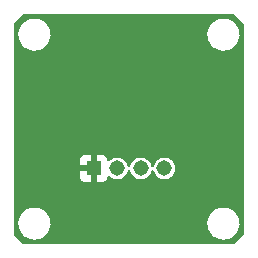
<source format=gbr>
%TF.GenerationSoftware,KiCad,Pcbnew,6.0.11-3.fc37*%
%TF.CreationDate,2023-04-24T22:35:32+02:00*%
%TF.ProjectId,crac_as5047,63726163-5f61-4733-9530-34372e6b6963,rev?*%
%TF.SameCoordinates,Original*%
%TF.FileFunction,Copper,L1,Top*%
%TF.FilePolarity,Positive*%
%FSLAX46Y46*%
G04 Gerber Fmt 4.6, Leading zero omitted, Abs format (unit mm)*
G04 Created by KiCad (PCBNEW 6.0.11-3.fc37) date 2023-04-24 22:35:32*
%MOMM*%
%LPD*%
G01*
G04 APERTURE LIST*
%TA.AperFunction,ComponentPad*%
%ADD10C,1.308000*%
%TD*%
%TA.AperFunction,ComponentPad*%
%ADD11R,1.308000X1.308000*%
%TD*%
G04 APERTURE END LIST*
D10*
%TO.P,J1,4,NOIR*%
%TO.N,+5V*%
X153000000Y-93337500D03*
%TO.P,J1,3,ROUGE*%
%TO.N,/A*%
X151000000Y-93337500D03*
%TO.P,J1,2,BLANC*%
%TO.N,/B*%
X149000000Y-93337500D03*
D11*
%TO.P,J1,1,JAUNE*%
%TO.N,GND*%
X147000000Y-93337500D03*
%TD*%
%TA.AperFunction,Conductor*%
%TO.N,GND*%
G36*
X158910512Y-80274502D02*
G01*
X158931486Y-80291404D01*
X159708595Y-81068512D01*
X159742620Y-81130825D01*
X159745500Y-81157608D01*
X159745500Y-98842392D01*
X159725498Y-98910513D01*
X159708595Y-98931488D01*
X158931486Y-99708596D01*
X158869174Y-99742621D01*
X158842391Y-99745500D01*
X141157608Y-99745500D01*
X141089487Y-99725498D01*
X141068512Y-99708595D01*
X140291404Y-98931486D01*
X140257379Y-98869174D01*
X140254500Y-98842391D01*
X140254500Y-97935964D01*
X140642112Y-97935964D01*
X140642312Y-97941292D01*
X140642312Y-97941294D01*
X140644464Y-97998599D01*
X140643705Y-97998628D01*
X140644034Y-98000016D01*
X140644340Y-97999989D01*
X140644374Y-98000377D01*
X140644465Y-98001838D01*
X140644523Y-98002085D01*
X140644648Y-98003507D01*
X140650736Y-98165669D01*
X140651831Y-98170888D01*
X140664628Y-98231879D01*
X140663861Y-98232040D01*
X140664841Y-98234316D01*
X140664937Y-98235408D01*
X140666361Y-98240722D01*
X140666464Y-98241307D01*
X140667635Y-98246210D01*
X140697939Y-98390637D01*
X140723365Y-98455021D01*
X140723975Y-98456566D01*
X140724724Y-98458541D01*
X140726097Y-98463663D01*
X140728422Y-98468649D01*
X140728423Y-98468651D01*
X140728947Y-98469775D01*
X140731934Y-98476717D01*
X140782372Y-98604436D01*
X140819273Y-98665246D01*
X140820811Y-98668126D01*
X140820890Y-98668080D01*
X140823639Y-98672841D01*
X140825965Y-98677829D01*
X140829122Y-98682337D01*
X140829124Y-98682341D01*
X140830674Y-98684555D01*
X140835181Y-98691462D01*
X140850279Y-98716342D01*
X140901621Y-98800952D01*
X140905116Y-98804979D01*
X140905117Y-98804981D01*
X140951993Y-98859000D01*
X140955555Y-98863563D01*
X140958346Y-98866888D01*
X140961505Y-98871401D01*
X140967791Y-98877687D01*
X140973861Y-98884201D01*
X140996694Y-98910513D01*
X141052276Y-98974566D01*
X141056407Y-98977953D01*
X141116309Y-99027070D01*
X141123574Y-99033652D01*
X141124706Y-99034602D01*
X141128599Y-99038495D01*
X141133103Y-99041649D01*
X141133108Y-99041653D01*
X141135936Y-99043633D01*
X141143554Y-99049410D01*
X141225901Y-99116931D01*
X141225907Y-99116935D01*
X141230029Y-99120315D01*
X141234668Y-99122955D01*
X141234667Y-99122955D01*
X141307355Y-99164331D01*
X141317296Y-99170622D01*
X141317660Y-99170877D01*
X141317667Y-99170881D01*
X141322171Y-99174035D01*
X141327155Y-99176359D01*
X141327160Y-99176362D01*
X141329875Y-99177628D01*
X141338952Y-99182318D01*
X141365945Y-99197683D01*
X141429798Y-99234030D01*
X141519498Y-99266590D01*
X141529753Y-99270833D01*
X141531348Y-99271577D01*
X141531350Y-99271578D01*
X141536337Y-99273903D01*
X141541653Y-99275327D01*
X141541655Y-99275328D01*
X141542719Y-99275613D01*
X141543702Y-99275876D01*
X141554081Y-99279143D01*
X141645871Y-99312461D01*
X141746443Y-99330648D01*
X141756616Y-99332926D01*
X141764592Y-99335063D01*
X141770990Y-99335623D01*
X141782412Y-99337152D01*
X141872069Y-99353364D01*
X141876208Y-99353559D01*
X141876215Y-99353560D01*
X141894670Y-99354430D01*
X141894677Y-99354430D01*
X141896158Y-99354500D01*
X142057712Y-99354500D01*
X142137444Y-99347735D01*
X142223733Y-99340413D01*
X142223737Y-99340412D01*
X142229044Y-99339962D01*
X142234199Y-99338624D01*
X142234205Y-99338623D01*
X142446368Y-99283556D01*
X142446367Y-99283556D01*
X142451539Y-99282214D01*
X142598412Y-99216052D01*
X142656262Y-99189993D01*
X142656265Y-99189992D01*
X142661123Y-99187803D01*
X142851803Y-99059430D01*
X142878826Y-99033652D01*
X143014271Y-98904443D01*
X143018128Y-98900764D01*
X143155342Y-98716342D01*
X143171504Y-98684555D01*
X143257102Y-98516194D01*
X143257102Y-98516193D01*
X143259520Y-98511438D01*
X143327685Y-98291911D01*
X143357888Y-98064036D01*
X143355536Y-98001401D01*
X143356295Y-98001372D01*
X143355966Y-97999984D01*
X143355660Y-98000011D01*
X143355626Y-97999623D01*
X143355535Y-97998162D01*
X143355477Y-97997915D01*
X143355352Y-97996493D01*
X143353080Y-97935964D01*
X156642112Y-97935964D01*
X156642312Y-97941292D01*
X156642312Y-97941294D01*
X156644464Y-97998599D01*
X156643705Y-97998628D01*
X156644034Y-98000016D01*
X156644340Y-97999989D01*
X156644374Y-98000377D01*
X156644465Y-98001838D01*
X156644523Y-98002085D01*
X156644648Y-98003507D01*
X156650736Y-98165669D01*
X156651831Y-98170888D01*
X156664628Y-98231879D01*
X156663861Y-98232040D01*
X156664841Y-98234316D01*
X156664937Y-98235408D01*
X156666361Y-98240722D01*
X156666464Y-98241307D01*
X156667635Y-98246210D01*
X156697939Y-98390637D01*
X156723365Y-98455021D01*
X156723975Y-98456566D01*
X156724724Y-98458541D01*
X156726097Y-98463663D01*
X156728422Y-98468649D01*
X156728423Y-98468651D01*
X156728947Y-98469775D01*
X156731934Y-98476717D01*
X156782372Y-98604436D01*
X156819273Y-98665246D01*
X156820811Y-98668126D01*
X156820890Y-98668080D01*
X156823639Y-98672841D01*
X156825965Y-98677829D01*
X156829122Y-98682337D01*
X156829124Y-98682341D01*
X156830674Y-98684555D01*
X156835181Y-98691462D01*
X156850279Y-98716342D01*
X156901621Y-98800952D01*
X156905116Y-98804979D01*
X156905117Y-98804981D01*
X156951993Y-98859000D01*
X156955555Y-98863563D01*
X156958346Y-98866888D01*
X156961505Y-98871401D01*
X156967791Y-98877687D01*
X156973861Y-98884201D01*
X156996694Y-98910513D01*
X157052276Y-98974566D01*
X157056407Y-98977953D01*
X157116309Y-99027070D01*
X157123574Y-99033652D01*
X157124706Y-99034602D01*
X157128599Y-99038495D01*
X157133103Y-99041649D01*
X157133108Y-99041653D01*
X157135936Y-99043633D01*
X157143554Y-99049410D01*
X157225901Y-99116931D01*
X157225907Y-99116935D01*
X157230029Y-99120315D01*
X157234668Y-99122955D01*
X157234667Y-99122955D01*
X157307355Y-99164331D01*
X157317296Y-99170622D01*
X157317660Y-99170877D01*
X157317667Y-99170881D01*
X157322171Y-99174035D01*
X157327155Y-99176359D01*
X157327160Y-99176362D01*
X157329875Y-99177628D01*
X157338952Y-99182318D01*
X157365945Y-99197683D01*
X157429798Y-99234030D01*
X157519498Y-99266590D01*
X157529753Y-99270833D01*
X157531348Y-99271577D01*
X157531350Y-99271578D01*
X157536337Y-99273903D01*
X157541653Y-99275327D01*
X157541655Y-99275328D01*
X157542719Y-99275613D01*
X157543702Y-99275876D01*
X157554081Y-99279143D01*
X157645871Y-99312461D01*
X157746443Y-99330648D01*
X157756616Y-99332926D01*
X157764592Y-99335063D01*
X157770990Y-99335623D01*
X157782412Y-99337152D01*
X157872069Y-99353364D01*
X157876208Y-99353559D01*
X157876215Y-99353560D01*
X157894670Y-99354430D01*
X157894677Y-99354430D01*
X157896158Y-99354500D01*
X158057712Y-99354500D01*
X158137444Y-99347735D01*
X158223733Y-99340413D01*
X158223737Y-99340412D01*
X158229044Y-99339962D01*
X158234199Y-99338624D01*
X158234205Y-99338623D01*
X158446368Y-99283556D01*
X158446367Y-99283556D01*
X158451539Y-99282214D01*
X158598412Y-99216052D01*
X158656262Y-99189993D01*
X158656265Y-99189992D01*
X158661123Y-99187803D01*
X158851803Y-99059430D01*
X158878826Y-99033652D01*
X159014271Y-98904443D01*
X159018128Y-98900764D01*
X159155342Y-98716342D01*
X159171504Y-98684555D01*
X159257102Y-98516194D01*
X159257102Y-98516193D01*
X159259520Y-98511438D01*
X159327685Y-98291911D01*
X159357888Y-98064036D01*
X159355536Y-98001401D01*
X159356295Y-98001372D01*
X159355966Y-97999984D01*
X159355660Y-98000011D01*
X159355626Y-97999623D01*
X159355535Y-97998162D01*
X159355477Y-97997915D01*
X159355352Y-97996493D01*
X159349264Y-97834331D01*
X159335372Y-97768121D01*
X159336139Y-97767960D01*
X159335159Y-97765684D01*
X159335063Y-97764592D01*
X159333639Y-97759278D01*
X159333536Y-97758693D01*
X159332362Y-97753778D01*
X159323886Y-97713378D01*
X159302061Y-97609363D01*
X159276025Y-97543434D01*
X159275276Y-97541459D01*
X159273903Y-97536337D01*
X159271053Y-97530225D01*
X159268066Y-97523283D01*
X159217628Y-97395564D01*
X159180727Y-97334754D01*
X159179189Y-97331874D01*
X159179110Y-97331920D01*
X159176361Y-97327159D01*
X159174035Y-97322171D01*
X159170876Y-97317659D01*
X159169326Y-97315445D01*
X159164819Y-97308538D01*
X159101147Y-97203609D01*
X159101145Y-97203606D01*
X159098379Y-97199048D01*
X159048007Y-97141000D01*
X159044445Y-97136437D01*
X159041652Y-97133108D01*
X159038495Y-97128599D01*
X159034604Y-97124708D01*
X159034599Y-97124702D01*
X159032209Y-97122313D01*
X159026139Y-97115799D01*
X158951224Y-97029467D01*
X158951222Y-97029465D01*
X158947724Y-97025434D01*
X158883692Y-96972930D01*
X158876426Y-96966348D01*
X158875294Y-96965398D01*
X158871401Y-96961505D01*
X158866897Y-96958351D01*
X158866892Y-96958347D01*
X158864064Y-96956367D01*
X158856446Y-96950590D01*
X158774099Y-96883069D01*
X158774093Y-96883065D01*
X158769971Y-96879685D01*
X158692645Y-96835669D01*
X158682704Y-96829378D01*
X158682340Y-96829123D01*
X158682333Y-96829119D01*
X158677829Y-96825965D01*
X158672845Y-96823641D01*
X158672840Y-96823638D01*
X158670125Y-96822372D01*
X158661048Y-96817682D01*
X158616939Y-96792574D01*
X158570202Y-96765970D01*
X158480502Y-96733410D01*
X158470247Y-96729167D01*
X158468652Y-96728423D01*
X158468650Y-96728422D01*
X158463663Y-96726097D01*
X158458347Y-96724673D01*
X158458345Y-96724672D01*
X158457281Y-96724387D01*
X158456298Y-96724124D01*
X158445919Y-96720857D01*
X158354129Y-96687539D01*
X158253557Y-96669352D01*
X158243384Y-96667074D01*
X158235408Y-96664937D01*
X158229010Y-96664377D01*
X158217588Y-96662848D01*
X158127931Y-96646636D01*
X158123792Y-96646441D01*
X158123785Y-96646440D01*
X158105330Y-96645570D01*
X158105323Y-96645570D01*
X158103842Y-96645500D01*
X157942288Y-96645500D01*
X157862556Y-96652265D01*
X157776267Y-96659587D01*
X157776263Y-96659588D01*
X157770956Y-96660038D01*
X157765801Y-96661376D01*
X157765795Y-96661377D01*
X157593058Y-96706211D01*
X157548461Y-96717786D01*
X157441497Y-96765970D01*
X157343738Y-96810007D01*
X157343735Y-96810008D01*
X157338877Y-96812197D01*
X157148197Y-96940570D01*
X157144340Y-96944249D01*
X157144338Y-96944251D01*
X157118404Y-96968991D01*
X156981872Y-97099236D01*
X156844658Y-97283658D01*
X156842242Y-97288409D01*
X156842240Y-97288413D01*
X156742898Y-97483806D01*
X156740480Y-97488562D01*
X156672315Y-97708089D01*
X156642112Y-97935964D01*
X143353080Y-97935964D01*
X143349264Y-97834331D01*
X143335372Y-97768121D01*
X143336139Y-97767960D01*
X143335159Y-97765684D01*
X143335063Y-97764592D01*
X143333639Y-97759278D01*
X143333536Y-97758693D01*
X143332362Y-97753778D01*
X143323886Y-97713378D01*
X143302061Y-97609363D01*
X143276025Y-97543434D01*
X143275276Y-97541459D01*
X143273903Y-97536337D01*
X143271053Y-97530225D01*
X143268066Y-97523283D01*
X143217628Y-97395564D01*
X143180727Y-97334754D01*
X143179189Y-97331874D01*
X143179110Y-97331920D01*
X143176361Y-97327159D01*
X143174035Y-97322171D01*
X143170876Y-97317659D01*
X143169326Y-97315445D01*
X143164819Y-97308538D01*
X143101147Y-97203609D01*
X143101145Y-97203606D01*
X143098379Y-97199048D01*
X143048007Y-97141000D01*
X143044445Y-97136437D01*
X143041652Y-97133108D01*
X143038495Y-97128599D01*
X143034604Y-97124708D01*
X143034599Y-97124702D01*
X143032209Y-97122313D01*
X143026139Y-97115799D01*
X142951224Y-97029467D01*
X142951222Y-97029465D01*
X142947724Y-97025434D01*
X142883692Y-96972930D01*
X142876426Y-96966348D01*
X142875294Y-96965398D01*
X142871401Y-96961505D01*
X142866897Y-96958351D01*
X142866892Y-96958347D01*
X142864064Y-96956367D01*
X142856446Y-96950590D01*
X142774099Y-96883069D01*
X142774093Y-96883065D01*
X142769971Y-96879685D01*
X142692645Y-96835669D01*
X142682704Y-96829378D01*
X142682340Y-96829123D01*
X142682333Y-96829119D01*
X142677829Y-96825965D01*
X142672845Y-96823641D01*
X142672840Y-96823638D01*
X142670125Y-96822372D01*
X142661048Y-96817682D01*
X142616939Y-96792574D01*
X142570202Y-96765970D01*
X142480502Y-96733410D01*
X142470247Y-96729167D01*
X142468652Y-96728423D01*
X142468650Y-96728422D01*
X142463663Y-96726097D01*
X142458347Y-96724673D01*
X142458345Y-96724672D01*
X142457281Y-96724387D01*
X142456298Y-96724124D01*
X142445919Y-96720857D01*
X142354129Y-96687539D01*
X142253557Y-96669352D01*
X142243384Y-96667074D01*
X142235408Y-96664937D01*
X142229010Y-96664377D01*
X142217588Y-96662848D01*
X142127931Y-96646636D01*
X142123792Y-96646441D01*
X142123785Y-96646440D01*
X142105330Y-96645570D01*
X142105323Y-96645570D01*
X142103842Y-96645500D01*
X141942288Y-96645500D01*
X141862556Y-96652265D01*
X141776267Y-96659587D01*
X141776263Y-96659588D01*
X141770956Y-96660038D01*
X141765801Y-96661376D01*
X141765795Y-96661377D01*
X141593058Y-96706211D01*
X141548461Y-96717786D01*
X141441497Y-96765970D01*
X141343738Y-96810007D01*
X141343735Y-96810008D01*
X141338877Y-96812197D01*
X141148197Y-96940570D01*
X141144340Y-96944249D01*
X141144338Y-96944251D01*
X141118404Y-96968991D01*
X140981872Y-97099236D01*
X140844658Y-97283658D01*
X140842242Y-97288409D01*
X140842240Y-97288413D01*
X140742898Y-97483806D01*
X140740480Y-97488562D01*
X140672315Y-97708089D01*
X140642112Y-97935964D01*
X140254500Y-97935964D01*
X140254500Y-94036169D01*
X145838001Y-94036169D01*
X145838371Y-94042990D01*
X145843895Y-94093852D01*
X145847521Y-94109104D01*
X145892676Y-94229554D01*
X145901214Y-94245149D01*
X145977715Y-94347224D01*
X145990276Y-94359785D01*
X146092351Y-94436286D01*
X146107946Y-94444824D01*
X146228394Y-94489978D01*
X146243649Y-94493605D01*
X146294514Y-94499131D01*
X146301328Y-94499500D01*
X146727885Y-94499500D01*
X146743124Y-94495025D01*
X146744329Y-94493635D01*
X146746000Y-94485952D01*
X146746000Y-94481384D01*
X147254000Y-94481384D01*
X147258475Y-94496623D01*
X147259865Y-94497828D01*
X147267548Y-94499499D01*
X147698669Y-94499499D01*
X147705490Y-94499129D01*
X147756352Y-94493605D01*
X147771604Y-94489979D01*
X147892054Y-94444824D01*
X147907649Y-94436286D01*
X148009724Y-94359785D01*
X148022285Y-94347224D01*
X148098786Y-94245149D01*
X148107324Y-94229554D01*
X148152478Y-94109106D01*
X148156106Y-94093851D01*
X148158242Y-94074181D01*
X148185483Y-94008619D01*
X148243845Y-93968192D01*
X148314799Y-93965735D01*
X148377139Y-94003474D01*
X148388747Y-94016366D01*
X148425392Y-94042990D01*
X148495396Y-94093851D01*
X148543248Y-94128618D01*
X148549276Y-94131302D01*
X148549278Y-94131303D01*
X148711681Y-94203609D01*
X148717712Y-94206294D01*
X148811113Y-94226147D01*
X148898056Y-94244628D01*
X148898061Y-94244628D01*
X148904513Y-94246000D01*
X149095487Y-94246000D01*
X149101939Y-94244628D01*
X149101944Y-94244628D01*
X149188887Y-94226147D01*
X149282288Y-94206294D01*
X149288319Y-94203609D01*
X149450722Y-94131303D01*
X149450724Y-94131302D01*
X149456752Y-94128618D01*
X149504605Y-94093851D01*
X149574608Y-94042990D01*
X149611253Y-94016366D01*
X149615675Y-94011455D01*
X149734621Y-93879352D01*
X149734622Y-93879351D01*
X149739040Y-93874444D01*
X149834527Y-93709056D01*
X149880167Y-93568590D01*
X149920241Y-93509986D01*
X149985637Y-93482349D01*
X150055594Y-93494456D01*
X150107900Y-93542462D01*
X150119832Y-93568589D01*
X150165473Y-93709056D01*
X150260960Y-93874444D01*
X150265378Y-93879351D01*
X150265379Y-93879352D01*
X150384325Y-94011455D01*
X150388747Y-94016366D01*
X150425392Y-94042990D01*
X150495396Y-94093851D01*
X150543248Y-94128618D01*
X150549276Y-94131302D01*
X150549278Y-94131303D01*
X150711681Y-94203609D01*
X150717712Y-94206294D01*
X150811113Y-94226147D01*
X150898056Y-94244628D01*
X150898061Y-94244628D01*
X150904513Y-94246000D01*
X151095487Y-94246000D01*
X151101939Y-94244628D01*
X151101944Y-94244628D01*
X151188887Y-94226147D01*
X151282288Y-94206294D01*
X151288319Y-94203609D01*
X151450722Y-94131303D01*
X151450724Y-94131302D01*
X151456752Y-94128618D01*
X151504605Y-94093851D01*
X151574608Y-94042990D01*
X151611253Y-94016366D01*
X151615675Y-94011455D01*
X151734621Y-93879352D01*
X151734622Y-93879351D01*
X151739040Y-93874444D01*
X151834527Y-93709056D01*
X151880167Y-93568590D01*
X151920241Y-93509986D01*
X151985637Y-93482349D01*
X152055594Y-93494456D01*
X152107900Y-93542462D01*
X152119832Y-93568589D01*
X152165473Y-93709056D01*
X152260960Y-93874444D01*
X152265378Y-93879351D01*
X152265379Y-93879352D01*
X152384325Y-94011455D01*
X152388747Y-94016366D01*
X152425392Y-94042990D01*
X152495396Y-94093851D01*
X152543248Y-94128618D01*
X152549276Y-94131302D01*
X152549278Y-94131303D01*
X152711681Y-94203609D01*
X152717712Y-94206294D01*
X152811113Y-94226147D01*
X152898056Y-94244628D01*
X152898061Y-94244628D01*
X152904513Y-94246000D01*
X153095487Y-94246000D01*
X153101939Y-94244628D01*
X153101944Y-94244628D01*
X153188887Y-94226147D01*
X153282288Y-94206294D01*
X153288319Y-94203609D01*
X153450722Y-94131303D01*
X153450724Y-94131302D01*
X153456752Y-94128618D01*
X153504605Y-94093851D01*
X153574608Y-94042990D01*
X153611253Y-94016366D01*
X153615675Y-94011455D01*
X153734621Y-93879352D01*
X153734622Y-93879351D01*
X153739040Y-93874444D01*
X153834527Y-93709056D01*
X153893542Y-93527428D01*
X153897008Y-93494456D01*
X153912814Y-93344065D01*
X153913504Y-93337500D01*
X153898280Y-93192651D01*
X153894232Y-93154135D01*
X153894232Y-93154133D01*
X153893542Y-93147572D01*
X153834527Y-92965944D01*
X153739040Y-92800556D01*
X153611253Y-92658634D01*
X153512157Y-92586636D01*
X153462094Y-92550263D01*
X153462093Y-92550262D01*
X153456752Y-92546382D01*
X153450724Y-92543698D01*
X153450722Y-92543697D01*
X153288319Y-92471391D01*
X153288318Y-92471391D01*
X153282288Y-92468706D01*
X153172859Y-92445446D01*
X153101944Y-92430372D01*
X153101939Y-92430372D01*
X153095487Y-92429000D01*
X152904513Y-92429000D01*
X152898061Y-92430372D01*
X152898056Y-92430372D01*
X152827141Y-92445446D01*
X152717712Y-92468706D01*
X152711682Y-92471391D01*
X152711681Y-92471391D01*
X152549278Y-92543697D01*
X152549276Y-92543698D01*
X152543248Y-92546382D01*
X152537907Y-92550262D01*
X152537906Y-92550263D01*
X152487843Y-92586636D01*
X152388747Y-92658634D01*
X152260960Y-92800556D01*
X152165473Y-92965944D01*
X152127277Y-93083500D01*
X152119833Y-93106409D01*
X152079759Y-93165014D01*
X152014363Y-93192651D01*
X151944406Y-93180544D01*
X151892100Y-93132538D01*
X151880167Y-93106409D01*
X151872724Y-93083500D01*
X151834527Y-92965944D01*
X151739040Y-92800556D01*
X151611253Y-92658634D01*
X151512157Y-92586636D01*
X151462094Y-92550263D01*
X151462093Y-92550262D01*
X151456752Y-92546382D01*
X151450724Y-92543698D01*
X151450722Y-92543697D01*
X151288319Y-92471391D01*
X151288318Y-92471391D01*
X151282288Y-92468706D01*
X151172859Y-92445446D01*
X151101944Y-92430372D01*
X151101939Y-92430372D01*
X151095487Y-92429000D01*
X150904513Y-92429000D01*
X150898061Y-92430372D01*
X150898056Y-92430372D01*
X150827141Y-92445446D01*
X150717712Y-92468706D01*
X150711682Y-92471391D01*
X150711681Y-92471391D01*
X150549278Y-92543697D01*
X150549276Y-92543698D01*
X150543248Y-92546382D01*
X150537907Y-92550262D01*
X150537906Y-92550263D01*
X150487843Y-92586636D01*
X150388747Y-92658634D01*
X150260960Y-92800556D01*
X150165473Y-92965944D01*
X150127277Y-93083500D01*
X150119833Y-93106409D01*
X150079759Y-93165014D01*
X150014363Y-93192651D01*
X149944406Y-93180544D01*
X149892100Y-93132538D01*
X149880167Y-93106409D01*
X149872724Y-93083500D01*
X149834527Y-92965944D01*
X149739040Y-92800556D01*
X149611253Y-92658634D01*
X149512157Y-92586636D01*
X149462094Y-92550263D01*
X149462093Y-92550262D01*
X149456752Y-92546382D01*
X149450724Y-92543698D01*
X149450722Y-92543697D01*
X149288319Y-92471391D01*
X149288318Y-92471391D01*
X149282288Y-92468706D01*
X149172859Y-92445446D01*
X149101944Y-92430372D01*
X149101939Y-92430372D01*
X149095487Y-92429000D01*
X148904513Y-92429000D01*
X148898061Y-92430372D01*
X148898056Y-92430372D01*
X148827141Y-92445446D01*
X148717712Y-92468706D01*
X148711682Y-92471391D01*
X148711681Y-92471391D01*
X148549278Y-92543697D01*
X148549276Y-92543698D01*
X148543248Y-92546382D01*
X148537907Y-92550262D01*
X148537906Y-92550263D01*
X148487843Y-92586636D01*
X148388747Y-92658634D01*
X148377139Y-92671526D01*
X148316696Y-92708764D01*
X148245712Y-92707413D01*
X148186728Y-92667899D01*
X148158242Y-92600821D01*
X148156105Y-92581147D01*
X148152479Y-92565896D01*
X148107324Y-92445446D01*
X148098786Y-92429851D01*
X148022285Y-92327776D01*
X148009724Y-92315215D01*
X147907649Y-92238714D01*
X147892054Y-92230176D01*
X147771606Y-92185022D01*
X147756351Y-92181395D01*
X147705486Y-92175869D01*
X147698672Y-92175500D01*
X147272115Y-92175500D01*
X147256876Y-92179975D01*
X147255671Y-92181365D01*
X147254000Y-92189048D01*
X147254000Y-94481384D01*
X146746000Y-94481384D01*
X146746000Y-93609615D01*
X146741525Y-93594376D01*
X146740135Y-93593171D01*
X146732452Y-93591500D01*
X145856116Y-93591500D01*
X145840877Y-93595975D01*
X145839672Y-93597365D01*
X145838001Y-93605048D01*
X145838001Y-94036169D01*
X140254500Y-94036169D01*
X140254500Y-93065385D01*
X145838000Y-93065385D01*
X145842475Y-93080624D01*
X145843865Y-93081829D01*
X145851548Y-93083500D01*
X146727885Y-93083500D01*
X146743124Y-93079025D01*
X146744329Y-93077635D01*
X146746000Y-93069952D01*
X146746000Y-92193616D01*
X146741525Y-92178377D01*
X146740135Y-92177172D01*
X146732452Y-92175501D01*
X146301331Y-92175501D01*
X146294510Y-92175871D01*
X146243648Y-92181395D01*
X146228396Y-92185021D01*
X146107946Y-92230176D01*
X146092351Y-92238714D01*
X145990276Y-92315215D01*
X145977715Y-92327776D01*
X145901214Y-92429851D01*
X145892676Y-92445446D01*
X145847522Y-92565894D01*
X145843895Y-92581149D01*
X145838369Y-92632014D01*
X145838000Y-92638828D01*
X145838000Y-93065385D01*
X140254500Y-93065385D01*
X140254500Y-81935964D01*
X140642112Y-81935964D01*
X140642312Y-81941292D01*
X140642312Y-81941294D01*
X140644464Y-81998599D01*
X140643705Y-81998628D01*
X140644034Y-82000016D01*
X140644340Y-81999989D01*
X140644374Y-82000377D01*
X140644465Y-82001838D01*
X140644523Y-82002085D01*
X140644648Y-82003507D01*
X140650736Y-82165669D01*
X140651831Y-82170888D01*
X140664628Y-82231879D01*
X140663861Y-82232040D01*
X140664841Y-82234316D01*
X140664937Y-82235408D01*
X140666361Y-82240722D01*
X140666464Y-82241307D01*
X140667635Y-82246210D01*
X140697939Y-82390637D01*
X140723365Y-82455021D01*
X140723975Y-82456566D01*
X140724724Y-82458541D01*
X140726097Y-82463663D01*
X140728422Y-82468649D01*
X140728423Y-82468651D01*
X140728947Y-82469775D01*
X140731934Y-82476717D01*
X140782372Y-82604436D01*
X140819273Y-82665246D01*
X140820811Y-82668126D01*
X140820890Y-82668080D01*
X140823639Y-82672841D01*
X140825965Y-82677829D01*
X140829122Y-82682337D01*
X140829124Y-82682341D01*
X140830674Y-82684555D01*
X140835181Y-82691462D01*
X140850279Y-82716342D01*
X140901621Y-82800952D01*
X140905116Y-82804979D01*
X140905117Y-82804981D01*
X140951993Y-82859000D01*
X140955555Y-82863563D01*
X140958346Y-82866888D01*
X140961505Y-82871401D01*
X140967791Y-82877687D01*
X140973861Y-82884201D01*
X141052276Y-82974566D01*
X141056407Y-82977953D01*
X141116309Y-83027070D01*
X141123574Y-83033652D01*
X141124706Y-83034602D01*
X141128599Y-83038495D01*
X141133103Y-83041649D01*
X141133108Y-83041653D01*
X141135936Y-83043633D01*
X141143554Y-83049410D01*
X141225901Y-83116931D01*
X141225907Y-83116935D01*
X141230029Y-83120315D01*
X141234668Y-83122955D01*
X141234667Y-83122955D01*
X141307355Y-83164331D01*
X141317296Y-83170622D01*
X141317660Y-83170877D01*
X141317667Y-83170881D01*
X141322171Y-83174035D01*
X141327155Y-83176359D01*
X141327160Y-83176362D01*
X141329875Y-83177628D01*
X141338952Y-83182318D01*
X141383061Y-83207426D01*
X141429798Y-83234030D01*
X141519498Y-83266590D01*
X141529753Y-83270833D01*
X141531348Y-83271577D01*
X141531350Y-83271578D01*
X141536337Y-83273903D01*
X141541653Y-83275327D01*
X141541655Y-83275328D01*
X141542719Y-83275613D01*
X141543702Y-83275876D01*
X141554081Y-83279143D01*
X141645871Y-83312461D01*
X141746443Y-83330648D01*
X141756616Y-83332926D01*
X141764592Y-83335063D01*
X141770990Y-83335623D01*
X141782412Y-83337152D01*
X141872069Y-83353364D01*
X141876208Y-83353559D01*
X141876215Y-83353560D01*
X141894670Y-83354430D01*
X141894677Y-83354430D01*
X141896158Y-83354500D01*
X142057712Y-83354500D01*
X142137444Y-83347735D01*
X142223733Y-83340413D01*
X142223737Y-83340412D01*
X142229044Y-83339962D01*
X142234199Y-83338624D01*
X142234205Y-83338623D01*
X142446368Y-83283556D01*
X142446367Y-83283556D01*
X142451539Y-83282214D01*
X142598412Y-83216052D01*
X142656262Y-83189993D01*
X142656265Y-83189992D01*
X142661123Y-83187803D01*
X142851803Y-83059430D01*
X142878826Y-83033652D01*
X143014271Y-82904443D01*
X143018128Y-82900764D01*
X143155342Y-82716342D01*
X143171504Y-82684555D01*
X143257102Y-82516194D01*
X143257102Y-82516193D01*
X143259520Y-82511438D01*
X143327685Y-82291911D01*
X143357888Y-82064036D01*
X143355536Y-82001401D01*
X143356295Y-82001372D01*
X143355966Y-81999984D01*
X143355660Y-82000011D01*
X143355626Y-81999623D01*
X143355535Y-81998162D01*
X143355477Y-81997915D01*
X143355352Y-81996493D01*
X143353080Y-81935964D01*
X156642112Y-81935964D01*
X156642312Y-81941292D01*
X156642312Y-81941294D01*
X156644464Y-81998599D01*
X156643705Y-81998628D01*
X156644034Y-82000016D01*
X156644340Y-81999989D01*
X156644374Y-82000377D01*
X156644465Y-82001838D01*
X156644523Y-82002085D01*
X156644648Y-82003507D01*
X156650736Y-82165669D01*
X156651831Y-82170888D01*
X156664628Y-82231879D01*
X156663861Y-82232040D01*
X156664841Y-82234316D01*
X156664937Y-82235408D01*
X156666361Y-82240722D01*
X156666464Y-82241307D01*
X156667635Y-82246210D01*
X156697939Y-82390637D01*
X156723365Y-82455021D01*
X156723975Y-82456566D01*
X156724724Y-82458541D01*
X156726097Y-82463663D01*
X156728422Y-82468649D01*
X156728423Y-82468651D01*
X156728947Y-82469775D01*
X156731934Y-82476717D01*
X156782372Y-82604436D01*
X156819273Y-82665246D01*
X156820811Y-82668126D01*
X156820890Y-82668080D01*
X156823639Y-82672841D01*
X156825965Y-82677829D01*
X156829122Y-82682337D01*
X156829124Y-82682341D01*
X156830674Y-82684555D01*
X156835181Y-82691462D01*
X156850279Y-82716342D01*
X156901621Y-82800952D01*
X156905116Y-82804979D01*
X156905117Y-82804981D01*
X156951993Y-82859000D01*
X156955555Y-82863563D01*
X156958346Y-82866888D01*
X156961505Y-82871401D01*
X156967791Y-82877687D01*
X156973861Y-82884201D01*
X157052276Y-82974566D01*
X157056407Y-82977953D01*
X157116309Y-83027070D01*
X157123574Y-83033652D01*
X157124706Y-83034602D01*
X157128599Y-83038495D01*
X157133103Y-83041649D01*
X157133108Y-83041653D01*
X157135936Y-83043633D01*
X157143554Y-83049410D01*
X157225901Y-83116931D01*
X157225907Y-83116935D01*
X157230029Y-83120315D01*
X157234668Y-83122955D01*
X157234667Y-83122955D01*
X157307355Y-83164331D01*
X157317296Y-83170622D01*
X157317660Y-83170877D01*
X157317667Y-83170881D01*
X157322171Y-83174035D01*
X157327155Y-83176359D01*
X157327160Y-83176362D01*
X157329875Y-83177628D01*
X157338952Y-83182318D01*
X157383061Y-83207426D01*
X157429798Y-83234030D01*
X157519498Y-83266590D01*
X157529753Y-83270833D01*
X157531348Y-83271577D01*
X157531350Y-83271578D01*
X157536337Y-83273903D01*
X157541653Y-83275327D01*
X157541655Y-83275328D01*
X157542719Y-83275613D01*
X157543702Y-83275876D01*
X157554081Y-83279143D01*
X157645871Y-83312461D01*
X157746443Y-83330648D01*
X157756616Y-83332926D01*
X157764592Y-83335063D01*
X157770990Y-83335623D01*
X157782412Y-83337152D01*
X157872069Y-83353364D01*
X157876208Y-83353559D01*
X157876215Y-83353560D01*
X157894670Y-83354430D01*
X157894677Y-83354430D01*
X157896158Y-83354500D01*
X158057712Y-83354500D01*
X158137444Y-83347735D01*
X158223733Y-83340413D01*
X158223737Y-83340412D01*
X158229044Y-83339962D01*
X158234199Y-83338624D01*
X158234205Y-83338623D01*
X158446368Y-83283556D01*
X158446367Y-83283556D01*
X158451539Y-83282214D01*
X158598412Y-83216052D01*
X158656262Y-83189993D01*
X158656265Y-83189992D01*
X158661123Y-83187803D01*
X158851803Y-83059430D01*
X158878826Y-83033652D01*
X159014271Y-82904443D01*
X159018128Y-82900764D01*
X159155342Y-82716342D01*
X159171504Y-82684555D01*
X159257102Y-82516194D01*
X159257102Y-82516193D01*
X159259520Y-82511438D01*
X159327685Y-82291911D01*
X159357888Y-82064036D01*
X159355536Y-82001401D01*
X159356295Y-82001372D01*
X159355966Y-81999984D01*
X159355660Y-82000011D01*
X159355626Y-81999623D01*
X159355535Y-81998162D01*
X159355477Y-81997915D01*
X159355352Y-81996493D01*
X159349264Y-81834331D01*
X159335372Y-81768121D01*
X159336139Y-81767960D01*
X159335159Y-81765684D01*
X159335063Y-81764592D01*
X159333639Y-81759278D01*
X159333536Y-81758693D01*
X159332362Y-81753778D01*
X159323886Y-81713378D01*
X159302061Y-81609363D01*
X159276025Y-81543434D01*
X159275276Y-81541459D01*
X159273903Y-81536337D01*
X159271053Y-81530225D01*
X159268066Y-81523283D01*
X159217628Y-81395564D01*
X159180727Y-81334754D01*
X159179189Y-81331874D01*
X159179110Y-81331920D01*
X159176361Y-81327159D01*
X159174035Y-81322171D01*
X159170876Y-81317659D01*
X159169326Y-81315445D01*
X159164819Y-81308538D01*
X159101147Y-81203609D01*
X159101145Y-81203606D01*
X159098379Y-81199048D01*
X159048007Y-81141000D01*
X159044445Y-81136437D01*
X159041652Y-81133108D01*
X159038495Y-81128599D01*
X159034604Y-81124708D01*
X159034599Y-81124702D01*
X159032209Y-81122313D01*
X159026139Y-81115799D01*
X158951224Y-81029467D01*
X158951222Y-81029465D01*
X158947724Y-81025434D01*
X158883692Y-80972930D01*
X158876426Y-80966348D01*
X158875294Y-80965398D01*
X158871401Y-80961505D01*
X158866897Y-80958351D01*
X158866892Y-80958347D01*
X158864064Y-80956367D01*
X158856446Y-80950590D01*
X158774099Y-80883069D01*
X158774093Y-80883065D01*
X158769971Y-80879685D01*
X158692645Y-80835669D01*
X158682704Y-80829378D01*
X158682340Y-80829123D01*
X158682333Y-80829119D01*
X158677829Y-80825965D01*
X158672845Y-80823641D01*
X158672840Y-80823638D01*
X158670125Y-80822372D01*
X158661048Y-80817682D01*
X158616939Y-80792574D01*
X158570202Y-80765970D01*
X158480502Y-80733410D01*
X158470247Y-80729167D01*
X158468652Y-80728423D01*
X158468650Y-80728422D01*
X158463663Y-80726097D01*
X158458347Y-80724673D01*
X158458345Y-80724672D01*
X158457281Y-80724387D01*
X158456298Y-80724124D01*
X158445919Y-80720857D01*
X158354129Y-80687539D01*
X158253557Y-80669352D01*
X158243384Y-80667074D01*
X158235408Y-80664937D01*
X158229010Y-80664377D01*
X158217588Y-80662848D01*
X158127931Y-80646636D01*
X158123792Y-80646441D01*
X158123785Y-80646440D01*
X158105330Y-80645570D01*
X158105323Y-80645570D01*
X158103842Y-80645500D01*
X157942288Y-80645500D01*
X157862556Y-80652265D01*
X157776267Y-80659587D01*
X157776263Y-80659588D01*
X157770956Y-80660038D01*
X157765801Y-80661376D01*
X157765795Y-80661377D01*
X157593058Y-80706211D01*
X157548461Y-80717786D01*
X157441497Y-80765970D01*
X157343738Y-80810007D01*
X157343735Y-80810008D01*
X157338877Y-80812197D01*
X157148197Y-80940570D01*
X157144340Y-80944249D01*
X157144338Y-80944251D01*
X157118404Y-80968991D01*
X156981872Y-81099236D01*
X156844658Y-81283658D01*
X156842242Y-81288409D01*
X156842240Y-81288413D01*
X156742898Y-81483806D01*
X156740480Y-81488562D01*
X156672315Y-81708089D01*
X156642112Y-81935964D01*
X143353080Y-81935964D01*
X143349264Y-81834331D01*
X143335372Y-81768121D01*
X143336139Y-81767960D01*
X143335159Y-81765684D01*
X143335063Y-81764592D01*
X143333639Y-81759278D01*
X143333536Y-81758693D01*
X143332362Y-81753778D01*
X143323886Y-81713378D01*
X143302061Y-81609363D01*
X143276025Y-81543434D01*
X143275276Y-81541459D01*
X143273903Y-81536337D01*
X143271053Y-81530225D01*
X143268066Y-81523283D01*
X143217628Y-81395564D01*
X143180727Y-81334754D01*
X143179189Y-81331874D01*
X143179110Y-81331920D01*
X143176361Y-81327159D01*
X143174035Y-81322171D01*
X143170876Y-81317659D01*
X143169326Y-81315445D01*
X143164819Y-81308538D01*
X143101147Y-81203609D01*
X143101145Y-81203606D01*
X143098379Y-81199048D01*
X143048007Y-81141000D01*
X143044445Y-81136437D01*
X143041652Y-81133108D01*
X143038495Y-81128599D01*
X143034604Y-81124708D01*
X143034599Y-81124702D01*
X143032209Y-81122313D01*
X143026139Y-81115799D01*
X142951224Y-81029467D01*
X142951222Y-81029465D01*
X142947724Y-81025434D01*
X142883692Y-80972930D01*
X142876426Y-80966348D01*
X142875294Y-80965398D01*
X142871401Y-80961505D01*
X142866897Y-80958351D01*
X142866892Y-80958347D01*
X142864064Y-80956367D01*
X142856446Y-80950590D01*
X142774099Y-80883069D01*
X142774093Y-80883065D01*
X142769971Y-80879685D01*
X142692645Y-80835669D01*
X142682704Y-80829378D01*
X142682340Y-80829123D01*
X142682333Y-80829119D01*
X142677829Y-80825965D01*
X142672845Y-80823641D01*
X142672840Y-80823638D01*
X142670125Y-80822372D01*
X142661048Y-80817682D01*
X142616939Y-80792574D01*
X142570202Y-80765970D01*
X142480502Y-80733410D01*
X142470247Y-80729167D01*
X142468652Y-80728423D01*
X142468650Y-80728422D01*
X142463663Y-80726097D01*
X142458347Y-80724673D01*
X142458345Y-80724672D01*
X142457281Y-80724387D01*
X142456298Y-80724124D01*
X142445919Y-80720857D01*
X142354129Y-80687539D01*
X142253557Y-80669352D01*
X142243384Y-80667074D01*
X142235408Y-80664937D01*
X142229010Y-80664377D01*
X142217588Y-80662848D01*
X142127931Y-80646636D01*
X142123792Y-80646441D01*
X142123785Y-80646440D01*
X142105330Y-80645570D01*
X142105323Y-80645570D01*
X142103842Y-80645500D01*
X141942288Y-80645500D01*
X141862556Y-80652265D01*
X141776267Y-80659587D01*
X141776263Y-80659588D01*
X141770956Y-80660038D01*
X141765801Y-80661376D01*
X141765795Y-80661377D01*
X141593058Y-80706211D01*
X141548461Y-80717786D01*
X141441497Y-80765970D01*
X141343738Y-80810007D01*
X141343735Y-80810008D01*
X141338877Y-80812197D01*
X141148197Y-80940570D01*
X141144340Y-80944249D01*
X141144338Y-80944251D01*
X141118404Y-80968991D01*
X140981872Y-81099236D01*
X140844658Y-81283658D01*
X140842242Y-81288409D01*
X140842240Y-81288413D01*
X140742898Y-81483806D01*
X140740480Y-81488562D01*
X140672315Y-81708089D01*
X140642112Y-81935964D01*
X140254500Y-81935964D01*
X140254500Y-81157609D01*
X140274502Y-81089488D01*
X140291404Y-81068514D01*
X141068512Y-80291405D01*
X141130825Y-80257380D01*
X141157608Y-80254500D01*
X158842391Y-80254500D01*
X158910512Y-80274502D01*
G37*
%TD.AperFunction*%
%TD*%
M02*

</source>
